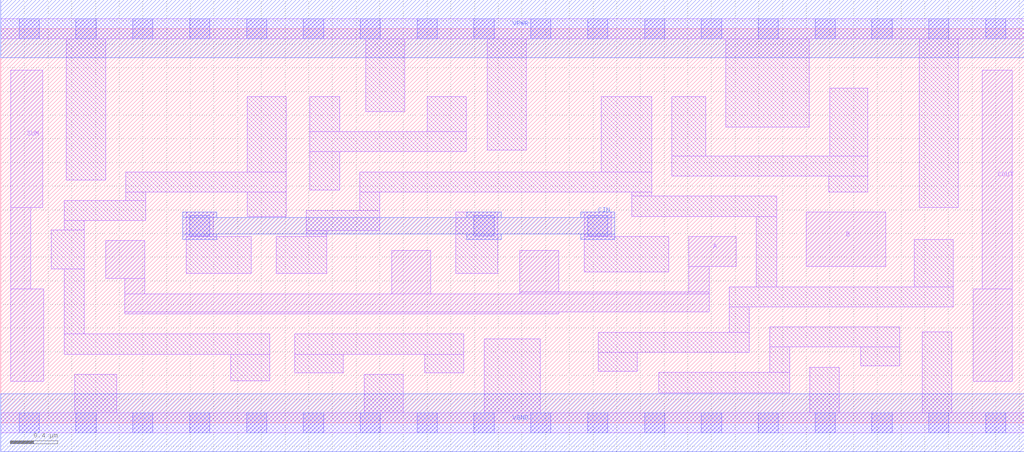
<source format=lef>
# Copyright 2020 The SkyWater PDK Authors
#
# Licensed under the Apache License, Version 2.0 (the "License");
# you may not use this file except in compliance with the License.
# You may obtain a copy of the License at
#
#     https://www.apache.org/licenses/LICENSE-2.0
#
# Unless required by applicable law or agreed to in writing, software
# distributed under the License is distributed on an "AS IS" BASIS,
# WITHOUT WARRANTIES OR CONDITIONS OF ANY KIND, either express or implied.
# See the License for the specific language governing permissions and
# limitations under the License.
#
# SPDX-License-Identifier: Apache-2.0

VERSION 5.5 ;
NAMESCASESENSITIVE ON ;
BUSBITCHARS "[]" ;
DIVIDERCHAR "/" ;
MACRO sky130_fd_sc_ls__fa_1
  CLASS CORE ;
  SOURCE USER ;
  ORIGIN  0.000000  0.000000 ;
  SIZE  8.640000 BY  3.330000 ;
  SYMMETRY X Y ;
  SITE unit ;
  PIN A
    ANTENNAGATEAREA  0.984000 ;
    DIRECTION INPUT ;
    USE SIGNAL ;
    PORT
      LAYER li1 ;
        RECT 0.885000 1.220000 1.215000 1.540000 ;
        RECT 1.045000 0.920000 4.710000 0.935000 ;
        RECT 1.045000 0.935000 5.980000 1.090000 ;
        RECT 1.045000 1.090000 1.215000 1.220000 ;
        RECT 3.300000 1.090000 3.630000 1.455000 ;
        RECT 4.380000 1.090000 5.980000 1.105000 ;
        RECT 4.380000 1.105000 4.710000 1.455000 ;
        RECT 5.810000 1.105000 5.980000 1.320000 ;
        RECT 5.810000 1.320000 6.210000 1.575000 ;
    END
  END A
  PIN B
    ANTENNAGATEAREA  0.984000 ;
    DIRECTION INPUT ;
    USE SIGNAL ;
    PORT
      LAYER li1 ;
        RECT 6.800000 1.320000 7.470000 1.780000 ;
    END
  END B
  PIN CIN
    ANTENNAPARTIALMETALSIDEAREA  2.604000 ;
    DIRECTION INPUT ;
    USE SIGNAL ;
    PORT
      LAYER met1 ;
        RECT 1.535000 1.550000 1.825000 1.595000 ;
        RECT 1.535000 1.595000 5.185000 1.735000 ;
        RECT 1.535000 1.735000 1.825000 1.780000 ;
        RECT 3.935000 1.550000 4.225000 1.595000 ;
        RECT 3.935000 1.735000 4.225000 1.780000 ;
        RECT 4.895000 1.550000 5.185000 1.595000 ;
        RECT 4.895000 1.735000 5.185000 1.780000 ;
    END
  END CIN
  PIN COUT
    ANTENNADIFFAREA  0.519000 ;
    DIRECTION OUTPUT ;
    USE SIGNAL ;
    PORT
      LAYER li1 ;
        RECT 8.210000 0.350000 8.540000 1.130000 ;
        RECT 8.285000 1.130000 8.540000 2.980000 ;
    END
  END COUT
  PIN SUM
    ANTENNADIFFAREA  0.530100 ;
    DIRECTION OUTPUT ;
    USE SIGNAL ;
    PORT
      LAYER li1 ;
        RECT 0.085000 0.350000 0.365000 1.130000 ;
        RECT 0.085000 1.130000 0.255000 1.820000 ;
        RECT 0.085000 1.820000 0.355000 2.980000 ;
    END
  END SUM
  PIN VGND
    DIRECTION INOUT ;
    SHAPE ABUTMENT ;
    USE GROUND ;
    PORT
      LAYER met1 ;
        RECT 0.000000 -0.245000 8.640000 0.245000 ;
    END
  END VGND
  PIN VPWR
    DIRECTION INOUT ;
    SHAPE ABUTMENT ;
    USE POWER ;
    PORT
      LAYER met1 ;
        RECT 0.000000 3.085000 8.640000 3.575000 ;
    END
  END VPWR
  OBS
    LAYER li1 ;
      RECT 0.000000 -0.085000 8.640000 0.085000 ;
      RECT 0.000000  3.245000 8.640000 3.415000 ;
      RECT 0.425000  1.300000 0.705000 1.630000 ;
      RECT 0.535000  0.580000 2.270000 0.750000 ;
      RECT 0.535000  0.750000 0.705000 1.300000 ;
      RECT 0.535000  1.630000 0.705000 1.710000 ;
      RECT 0.535000  1.710000 1.225000 1.880000 ;
      RECT 0.555000  2.050000 0.885000 3.245000 ;
      RECT 0.625000  0.085000 0.980000 0.410000 ;
      RECT 1.055000  1.880000 1.225000 1.950000 ;
      RECT 1.055000  1.950000 2.410000 2.120000 ;
      RECT 1.565000  1.260000 2.115000 1.575000 ;
      RECT 1.565000  1.575000 1.795000 1.780000 ;
      RECT 1.940000  0.355000 2.270000 0.580000 ;
      RECT 2.080000  1.745000 2.410000 1.950000 ;
      RECT 2.080000  2.120000 2.410000 2.755000 ;
      RECT 2.325000  1.260000 2.750000 1.575000 ;
      RECT 2.480000  0.420000 2.890000 0.580000 ;
      RECT 2.480000  0.580000 3.910000 0.750000 ;
      RECT 2.580000  1.575000 2.750000 1.625000 ;
      RECT 2.580000  1.625000 3.200000 1.795000 ;
      RECT 2.610000  1.965000 2.860000 2.290000 ;
      RECT 2.610000  2.290000 3.930000 2.460000 ;
      RECT 2.610000  2.460000 2.860000 2.755000 ;
      RECT 3.030000  1.795000 3.200000 1.950000 ;
      RECT 3.030000  1.950000 5.495000 2.120000 ;
      RECT 3.070000  0.085000 3.400000 0.410000 ;
      RECT 3.080000  2.630000 3.410000 3.245000 ;
      RECT 3.580000  0.420000 3.910000 0.580000 ;
      RECT 3.600000  2.460000 3.930000 2.755000 ;
      RECT 3.840000  1.260000 4.195000 1.780000 ;
      RECT 4.080000  0.085000 4.555000 0.710000 ;
      RECT 4.105000  2.305000 4.435000 3.245000 ;
      RECT 4.925000  1.275000 5.640000 1.575000 ;
      RECT 4.925000  1.575000 5.155000 1.780000 ;
      RECT 5.045000  0.435000 5.375000 0.595000 ;
      RECT 5.045000  0.595000 6.320000 0.765000 ;
      RECT 5.070000  2.120000 5.495000 2.755000 ;
      RECT 5.325000  1.745000 6.550000 1.915000 ;
      RECT 5.325000  1.915000 5.495000 1.950000 ;
      RECT 5.555000  0.255000 6.660000 0.425000 ;
      RECT 5.665000  2.085000 7.320000 2.255000 ;
      RECT 5.665000  2.255000 5.950000 2.755000 ;
      RECT 6.120000  2.500000 6.825000 3.245000 ;
      RECT 6.150000  0.765000 6.320000 0.980000 ;
      RECT 6.150000  0.980000 8.040000 1.150000 ;
      RECT 6.380000  1.150000 6.550000 1.745000 ;
      RECT 6.490000  0.425000 6.660000 0.640000 ;
      RECT 6.490000  0.640000 7.590000 0.810000 ;
      RECT 6.830000  0.085000 7.080000 0.470000 ;
      RECT 6.990000  1.950000 7.320000 2.085000 ;
      RECT 7.000000  2.255000 7.320000 2.830000 ;
      RECT 7.260000  0.480000 7.590000 0.640000 ;
      RECT 7.710000  1.150000 8.040000 1.550000 ;
      RECT 7.755000  1.820000 8.085000 3.245000 ;
      RECT 7.780000  0.085000 8.030000 0.770000 ;
    LAYER mcon ;
      RECT 0.155000 -0.085000 0.325000 0.085000 ;
      RECT 0.155000  3.245000 0.325000 3.415000 ;
      RECT 0.635000 -0.085000 0.805000 0.085000 ;
      RECT 0.635000  3.245000 0.805000 3.415000 ;
      RECT 1.115000 -0.085000 1.285000 0.085000 ;
      RECT 1.115000  3.245000 1.285000 3.415000 ;
      RECT 1.595000 -0.085000 1.765000 0.085000 ;
      RECT 1.595000  1.580000 1.765000 1.750000 ;
      RECT 1.595000  3.245000 1.765000 3.415000 ;
      RECT 2.075000 -0.085000 2.245000 0.085000 ;
      RECT 2.075000  3.245000 2.245000 3.415000 ;
      RECT 2.555000 -0.085000 2.725000 0.085000 ;
      RECT 2.555000  3.245000 2.725000 3.415000 ;
      RECT 3.035000 -0.085000 3.205000 0.085000 ;
      RECT 3.035000  3.245000 3.205000 3.415000 ;
      RECT 3.515000 -0.085000 3.685000 0.085000 ;
      RECT 3.515000  3.245000 3.685000 3.415000 ;
      RECT 3.995000 -0.085000 4.165000 0.085000 ;
      RECT 3.995000  1.580000 4.165000 1.750000 ;
      RECT 3.995000  3.245000 4.165000 3.415000 ;
      RECT 4.475000 -0.085000 4.645000 0.085000 ;
      RECT 4.475000  3.245000 4.645000 3.415000 ;
      RECT 4.955000 -0.085000 5.125000 0.085000 ;
      RECT 4.955000  1.580000 5.125000 1.750000 ;
      RECT 4.955000  3.245000 5.125000 3.415000 ;
      RECT 5.435000 -0.085000 5.605000 0.085000 ;
      RECT 5.435000  3.245000 5.605000 3.415000 ;
      RECT 5.915000 -0.085000 6.085000 0.085000 ;
      RECT 5.915000  3.245000 6.085000 3.415000 ;
      RECT 6.395000 -0.085000 6.565000 0.085000 ;
      RECT 6.395000  3.245000 6.565000 3.415000 ;
      RECT 6.875000 -0.085000 7.045000 0.085000 ;
      RECT 6.875000  3.245000 7.045000 3.415000 ;
      RECT 7.355000 -0.085000 7.525000 0.085000 ;
      RECT 7.355000  3.245000 7.525000 3.415000 ;
      RECT 7.835000 -0.085000 8.005000 0.085000 ;
      RECT 7.835000  3.245000 8.005000 3.415000 ;
      RECT 8.315000 -0.085000 8.485000 0.085000 ;
      RECT 8.315000  3.245000 8.485000 3.415000 ;
  END
END sky130_fd_sc_ls__fa_1
END LIBRARY

</source>
